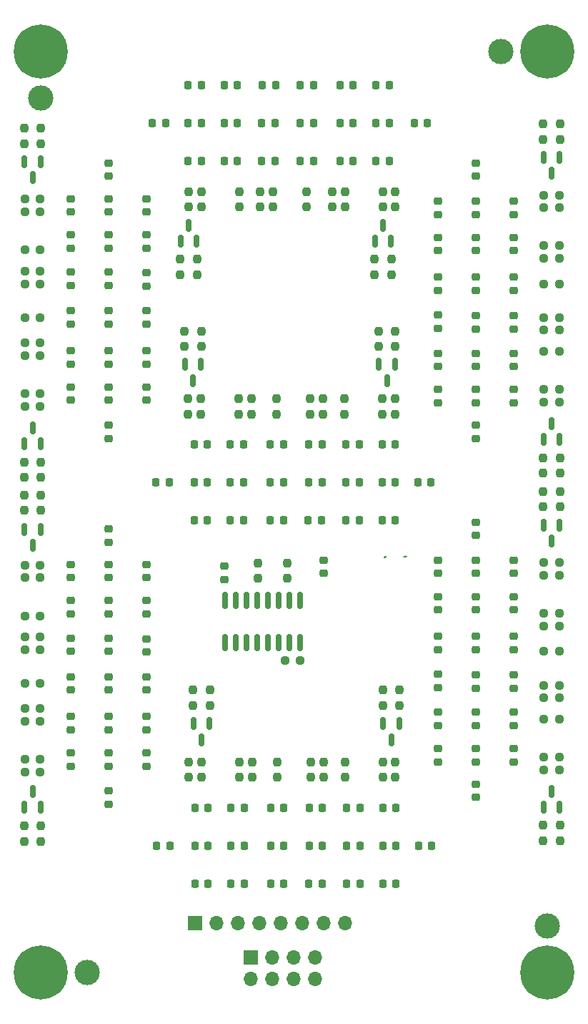
<source format=gts>
G04 #@! TF.GenerationSoftware,KiCad,Pcbnew,8.0.6+dfsg-1*
G04 #@! TF.CreationDate,2024-11-21T19:14:51-08:00*
G04 #@! TF.ProjectId,digits,64696769-7473-42e6-9b69-6361645f7063,rev?*
G04 #@! TF.SameCoordinates,Original*
G04 #@! TF.FileFunction,Soldermask,Top*
G04 #@! TF.FilePolarity,Negative*
%FSLAX46Y46*%
G04 Gerber Fmt 4.6, Leading zero omitted, Abs format (unit mm)*
G04 Created by KiCad (PCBNEW 8.0.6+dfsg-1) date 2024-11-21 19:14:51*
%MOMM*%
%LPD*%
G01*
G04 APERTURE LIST*
G04 Aperture macros list*
%AMRoundRect*
0 Rectangle with rounded corners*
0 $1 Rounding radius*
0 $2 $3 $4 $5 $6 $7 $8 $9 X,Y pos of 4 corners*
0 Add a 4 corners polygon primitive as box body*
4,1,4,$2,$3,$4,$5,$6,$7,$8,$9,$2,$3,0*
0 Add four circle primitives for the rounded corners*
1,1,$1+$1,$2,$3*
1,1,$1+$1,$4,$5*
1,1,$1+$1,$6,$7*
1,1,$1+$1,$8,$9*
0 Add four rect primitives between the rounded corners*
20,1,$1+$1,$2,$3,$4,$5,0*
20,1,$1+$1,$4,$5,$6,$7,0*
20,1,$1+$1,$6,$7,$8,$9,0*
20,1,$1+$1,$8,$9,$2,$3,0*%
G04 Aperture macros list end*
%ADD10C,0.000000*%
%ADD11RoundRect,0.237500X-0.250000X-0.237500X0.250000X-0.237500X0.250000X0.237500X-0.250000X0.237500X0*%
%ADD12RoundRect,0.218750X0.218750X0.256250X-0.218750X0.256250X-0.218750X-0.256250X0.218750X-0.256250X0*%
%ADD13RoundRect,0.237500X0.237500X-0.250000X0.237500X0.250000X-0.237500X0.250000X-0.237500X-0.250000X0*%
%ADD14RoundRect,0.237500X-0.237500X0.250000X-0.237500X-0.250000X0.237500X-0.250000X0.237500X0.250000X0*%
%ADD15RoundRect,0.218750X-0.218750X-0.256250X0.218750X-0.256250X0.218750X0.256250X-0.218750X0.256250X0*%
%ADD16RoundRect,0.237500X0.250000X0.237500X-0.250000X0.237500X-0.250000X-0.237500X0.250000X-0.237500X0*%
%ADD17RoundRect,0.218750X0.256250X-0.218750X0.256250X0.218750X-0.256250X0.218750X-0.256250X-0.218750X0*%
%ADD18C,3.000000*%
%ADD19RoundRect,0.150000X0.150000X-0.850000X0.150000X0.850000X-0.150000X0.850000X-0.150000X-0.850000X0*%
%ADD20RoundRect,0.218750X-0.256250X0.218750X-0.256250X-0.218750X0.256250X-0.218750X0.256250X0.218750X0*%
%ADD21C,0.800000*%
%ADD22C,6.400000*%
%ADD23RoundRect,0.225000X0.250000X-0.225000X0.250000X0.225000X-0.250000X0.225000X-0.250000X-0.225000X0*%
%ADD24RoundRect,0.150000X0.150000X-0.587500X0.150000X0.587500X-0.150000X0.587500X-0.150000X-0.587500X0*%
%ADD25RoundRect,0.150000X-0.150000X0.587500X-0.150000X-0.587500X0.150000X-0.587500X0.150000X0.587500X0*%
%ADD26R,1.700000X1.700000*%
%ADD27O,1.700000X1.700000*%
G04 APERTURE END LIST*
D10*
G04 #@! TO.C,REF\u002A\u002A*
G36*
X157803085Y-89689817D02*
G01*
X157819170Y-89699045D01*
X157835218Y-89721379D01*
X157846410Y-89756662D01*
X157847625Y-89764060D01*
X157854460Y-89813266D01*
X157903900Y-89777392D01*
X157939111Y-89753387D01*
X157961525Y-89743648D01*
X157976140Y-89747383D01*
X157987960Y-89763801D01*
X157988102Y-89764066D01*
X157997180Y-89786059D01*
X157996200Y-89805051D01*
X157982634Y-89824906D01*
X157953951Y-89849491D01*
X157912898Y-89879012D01*
X157855934Y-89915662D01*
X157813523Y-89935392D01*
X157783984Y-89938017D01*
X157765639Y-89923353D01*
X157756810Y-89891215D01*
X157755378Y-89861706D01*
X157755378Y-89820605D01*
X157684773Y-89885972D01*
X157650293Y-89916262D01*
X157620934Y-89939100D01*
X157601747Y-89950650D01*
X157598769Y-89951340D01*
X157581375Y-89942493D01*
X157566004Y-89925185D01*
X157559695Y-89913708D01*
X157558952Y-89902257D01*
X157565967Y-89887527D01*
X157582933Y-89866213D01*
X157612045Y-89835009D01*
X157654922Y-89791192D01*
X157696158Y-89750704D01*
X157732879Y-89717141D01*
X157761423Y-89693676D01*
X157778130Y-89683483D01*
X157779377Y-89683295D01*
X157803085Y-89689817D01*
G37*
G36*
X160191633Y-89670031D02*
G01*
X160204996Y-89688155D01*
X160211965Y-89720518D01*
X160204747Y-89754007D01*
X160194143Y-89789029D01*
X160193770Y-89807543D01*
X160205424Y-89809828D01*
X160230904Y-89796161D01*
X160272010Y-89766821D01*
X160274688Y-89764812D01*
X160336770Y-89718164D01*
X160366198Y-89748161D01*
X160395625Y-89778159D01*
X160349364Y-89818647D01*
X160306278Y-89851232D01*
X160256272Y-89881259D01*
X160205563Y-89905741D01*
X160160367Y-89921688D01*
X160126898Y-89926113D01*
X160126009Y-89926022D01*
X160107257Y-89922775D01*
X160097650Y-89914608D01*
X160094689Y-89895598D01*
X160095877Y-89859823D01*
X160096123Y-89855172D01*
X160097051Y-89819196D01*
X160095783Y-89794867D01*
X160093402Y-89788146D01*
X160080767Y-89792971D01*
X160052546Y-89805831D01*
X160013986Y-89824306D01*
X159998600Y-89831859D01*
X159955457Y-89852825D01*
X159928207Y-89864296D01*
X159911921Y-89867259D01*
X159901671Y-89862704D01*
X159893497Y-89852944D01*
X159881250Y-89832767D01*
X159878929Y-89815416D01*
X159888839Y-89798415D01*
X159913288Y-89779288D01*
X159954580Y-89755560D01*
X160011082Y-89726714D01*
X160063752Y-89701373D01*
X160110600Y-89680448D01*
X160146828Y-89665971D01*
X160167637Y-89659977D01*
X160168698Y-89659922D01*
X160191633Y-89670031D01*
G37*
G04 #@! TD*
D11*
G04 #@! TO.C,R40*
X176587500Y-113500000D03*
X178412500Y-113500000D03*
G04 #@! TD*
D12*
G04 #@! TO.C,D61*
X154787500Y-119500000D03*
X153212500Y-119500000D03*
G04 #@! TD*
D13*
G04 #@! TO.C,R97*
X135925000Y-72912500D03*
X135925000Y-71087500D03*
G04 #@! TD*
D14*
G04 #@! TO.C,R36*
X176500000Y-121587500D03*
X176500000Y-123412500D03*
G04 #@! TD*
D15*
G04 #@! TO.C,D9*
X161212500Y-38500000D03*
X162787500Y-38500000D03*
G04 #@! TD*
D13*
G04 #@! TO.C,R54*
X157500000Y-115912500D03*
X157500000Y-114087500D03*
G04 #@! TD*
D16*
G04 #@! TO.C,R75*
X116912500Y-56000000D03*
X115087500Y-56000000D03*
G04 #@! TD*
D15*
G04 #@! TO.C,D19*
X147712500Y-43000000D03*
X149287500Y-43000000D03*
G04 #@! TD*
D12*
G04 #@! TO.C,D129*
X132212500Y-81000000D03*
X130637500Y-81000000D03*
G04 #@! TD*
D13*
G04 #@! TO.C,R91*
X159000000Y-64912500D03*
X159000000Y-63087500D03*
G04 #@! TD*
G04 #@! TO.C,R51*
X134500000Y-115912500D03*
X134500000Y-114087500D03*
G04 #@! TD*
D12*
G04 #@! TO.C,D134*
X154712500Y-81000000D03*
X153137500Y-81000000D03*
G04 #@! TD*
D17*
G04 #@! TO.C,D84*
X129500000Y-96575000D03*
X129500000Y-95000000D03*
G04 #@! TD*
D12*
G04 #@! TO.C,D130*
X136712500Y-81000000D03*
X135137500Y-81000000D03*
G04 #@! TD*
G04 #@! TO.C,D131*
X141000000Y-81000000D03*
X139425000Y-81000000D03*
G04 #@! TD*
D18*
G04 #@! TO.C,FID1*
X122500000Y-139000000D03*
G04 #@! TD*
D12*
G04 #@! TO.C,D77*
X136787500Y-119500000D03*
X135212500Y-119500000D03*
G04 #@! TD*
D17*
G04 #@! TO.C,D105*
X129500000Y-57787500D03*
X129500000Y-56212500D03*
G04 #@! TD*
D14*
G04 #@! TO.C,R6*
X151500000Y-46587500D03*
X151500000Y-48412500D03*
G04 #@! TD*
G04 #@! TO.C,R77*
X117000000Y-78587500D03*
X117000000Y-80412500D03*
G04 #@! TD*
D15*
G04 #@! TO.C,D126*
X144137500Y-85500000D03*
X145712500Y-85500000D03*
G04 #@! TD*
D13*
G04 #@! TO.C,R49*
X135000000Y-107412500D03*
X135000000Y-105587500D03*
G04 #@! TD*
D19*
G04 #@! TO.C,U1*
X138805000Y-99931691D03*
X140075000Y-99931691D03*
X141345000Y-99931691D03*
X142615000Y-99931691D03*
X143885000Y-99931691D03*
X145155000Y-99931691D03*
X146425000Y-99931691D03*
X147695000Y-99931691D03*
X147695000Y-94931691D03*
X146425000Y-94931691D03*
X145155000Y-94931691D03*
X143885000Y-94931691D03*
X142615000Y-94931691D03*
X141345000Y-94931691D03*
X140075000Y-94931691D03*
X138805000Y-94931691D03*
G04 #@! TD*
D13*
G04 #@! TO.C,R72*
X117000000Y-40912500D03*
X117000000Y-39087500D03*
G04 #@! TD*
D15*
G04 #@! TO.C,D10*
X156712500Y-38500000D03*
X158287500Y-38500000D03*
G04 #@! TD*
D20*
G04 #@! TO.C,D117*
X120500000Y-69712500D03*
X120500000Y-71287500D03*
G04 #@! TD*
D14*
G04 #@! TO.C,R11*
X144500000Y-46587500D03*
X144500000Y-48412500D03*
G04 #@! TD*
D13*
G04 #@! TO.C,R45*
X153000000Y-115912500D03*
X153000000Y-114087500D03*
G04 #@! TD*
G04 #@! TO.C,R52*
X140500000Y-115912500D03*
X140500000Y-114087500D03*
G04 #@! TD*
D20*
G04 #@! TO.C,D44*
X164000000Y-108212500D03*
X164000000Y-109787500D03*
G04 #@! TD*
G04 #@! TO.C,D114*
X125000000Y-51712500D03*
X125000000Y-53287500D03*
G04 #@! TD*
D17*
G04 #@! TO.C,D34*
X168500000Y-67287500D03*
X168500000Y-65712500D03*
G04 #@! TD*
D15*
G04 #@! TO.C,D18*
X152425000Y-43000000D03*
X154000000Y-43000000D03*
G04 #@! TD*
D14*
G04 #@! TO.C,R21*
X176500000Y-78087500D03*
X176500000Y-79912500D03*
G04 #@! TD*
D20*
G04 #@! TO.C,D89*
X125000000Y-117500000D03*
X125000000Y-119075000D03*
G04 #@! TD*
D14*
G04 #@! TO.C,R8*
X156500000Y-54587500D03*
X156500000Y-56412500D03*
G04 #@! TD*
D20*
G04 #@! TO.C,D43*
X164000000Y-112500000D03*
X164000000Y-114075000D03*
G04 #@! TD*
D16*
G04 #@! TO.C,R70*
X116912500Y-104787500D03*
X115087500Y-104787500D03*
G04 #@! TD*
D13*
G04 #@! TO.C,R100*
X146195000Y-92344191D03*
X146195000Y-90519191D03*
G04 #@! TD*
D21*
G04 #@! TO.C,H1*
X114600000Y-30000000D03*
X115302944Y-28302944D03*
X115302944Y-31697056D03*
X117000000Y-27600000D03*
D22*
X117000000Y-30000000D03*
D21*
X117000000Y-32400000D03*
X118697056Y-28302944D03*
X118697056Y-31697056D03*
X119400000Y-30000000D03*
G04 #@! TD*
D16*
G04 #@! TO.C,R65*
X116912500Y-115287500D03*
X115087500Y-115287500D03*
G04 #@! TD*
D20*
G04 #@! TO.C,D112*
X125000000Y-60712500D03*
X125000000Y-62287500D03*
G04 #@! TD*
D15*
G04 #@! TO.C,D16*
X130212500Y-38500000D03*
X131787500Y-38500000D03*
G04 #@! TD*
D23*
G04 #@! TO.C,C2*
X150490000Y-91745000D03*
X150490000Y-90195000D03*
G04 #@! TD*
D20*
G04 #@! TO.C,D91*
X125000000Y-108712500D03*
X125000000Y-110287500D03*
G04 #@! TD*
D12*
G04 #@! TO.C,D69*
X132287500Y-124000000D03*
X130712500Y-124000000D03*
G04 #@! TD*
D16*
G04 #@! TO.C,R61*
X116912500Y-99287500D03*
X115087500Y-99287500D03*
G04 #@! TD*
G04 #@! TO.C,R60*
X116912500Y-90787500D03*
X115087500Y-90787500D03*
G04 #@! TD*
D14*
G04 #@! TO.C,R35*
X178500000Y-121587500D03*
X178500000Y-123412500D03*
G04 #@! TD*
D12*
G04 #@! TO.C,D62*
X159075000Y-119500000D03*
X157500000Y-119500000D03*
G04 #@! TD*
D16*
G04 #@! TO.C,R83*
X116912500Y-70500000D03*
X115087500Y-70500000D03*
G04 #@! TD*
D13*
G04 #@! TO.C,R29*
X176500000Y-83912500D03*
X176500000Y-82087500D03*
G04 #@! TD*
D11*
G04 #@! TO.C,R28*
X176587500Y-57500000D03*
X178412500Y-57500000D03*
G04 #@! TD*
D13*
G04 #@! TO.C,R92*
X157000000Y-64912500D03*
X157000000Y-63087500D03*
G04 #@! TD*
D12*
G04 #@! TO.C,D132*
X145712500Y-81000000D03*
X144137500Y-81000000D03*
G04 #@! TD*
D15*
G04 #@! TO.C,D20*
X143137500Y-43000000D03*
X144712500Y-43000000D03*
G04 #@! TD*
D11*
G04 #@! TO.C,R32*
X176587500Y-115000000D03*
X178412500Y-115000000D03*
G04 #@! TD*
D24*
G04 #@! TO.C,Q1*
X133550000Y-52437500D03*
X135450000Y-52437500D03*
X134500000Y-50562500D03*
G04 #@! TD*
D13*
G04 #@! TO.C,R30*
X178500000Y-83912500D03*
X178500000Y-82087500D03*
G04 #@! TD*
D17*
G04 #@! TO.C,D55*
X168500000Y-114075000D03*
X168500000Y-112500000D03*
G04 #@! TD*
D12*
G04 #@! TO.C,D6*
X149287500Y-34000000D03*
X147712500Y-34000000D03*
G04 #@! TD*
D13*
G04 #@! TO.C,R44*
X157500000Y-107412500D03*
X157500000Y-105587500D03*
G04 #@! TD*
D24*
G04 #@! TO.C,Q2*
X156550000Y-52437500D03*
X158450000Y-52437500D03*
X157500000Y-50562500D03*
G04 #@! TD*
D13*
G04 #@! TO.C,R87*
X152925000Y-72912500D03*
X152925000Y-71087500D03*
G04 #@! TD*
D12*
G04 #@! TO.C,D137*
X136712500Y-76500000D03*
X135137500Y-76500000D03*
G04 #@! TD*
D13*
G04 #@! TO.C,R56*
X145000000Y-115912500D03*
X145000000Y-114087500D03*
G04 #@! TD*
D20*
G04 #@! TO.C,D25*
X164000000Y-61212500D03*
X164000000Y-62787500D03*
G04 #@! TD*
D12*
G04 #@! TO.C,D74*
X154787500Y-124000000D03*
X153212500Y-124000000D03*
G04 #@! TD*
D17*
G04 #@! TO.C,D50*
X168500000Y-91787500D03*
X168500000Y-90212500D03*
G04 #@! TD*
G04 #@! TO.C,D104*
X129500000Y-53287500D03*
X129500000Y-51712500D03*
G04 #@! TD*
D25*
G04 #@! TO.C,Q9*
X116950000Y-86562500D03*
X115050000Y-86562500D03*
X116000000Y-88437500D03*
G04 #@! TD*
D12*
G04 #@! TO.C,D78*
X141075000Y-119500000D03*
X139500000Y-119500000D03*
G04 #@! TD*
D11*
G04 #@! TO.C,R27*
X176587500Y-48500000D03*
X178412500Y-48500000D03*
G04 #@! TD*
D13*
G04 #@! TO.C,R95*
X148925000Y-72912500D03*
X148925000Y-71087500D03*
G04 #@! TD*
D16*
G04 #@! TO.C,R66*
X116912500Y-109287500D03*
X115087500Y-109287500D03*
G04 #@! TD*
D11*
G04 #@! TO.C,R33*
X176587500Y-106500000D03*
X178412500Y-106500000D03*
G04 #@! TD*
D17*
G04 #@! TO.C,D37*
X173000000Y-49287500D03*
X173000000Y-47712500D03*
G04 #@! TD*
G04 #@! TO.C,D31*
X168500000Y-53575000D03*
X168500000Y-52000000D03*
G04 #@! TD*
D15*
G04 #@! TO.C,D125*
X148637500Y-85500000D03*
X150212500Y-85500000D03*
G04 #@! TD*
D17*
G04 #@! TO.C,D39*
X173000000Y-58287500D03*
X173000000Y-56712500D03*
G04 #@! TD*
G04 #@! TO.C,D86*
X129500000Y-105575000D03*
X129500000Y-104000000D03*
G04 #@! TD*
D12*
G04 #@! TO.C,D133*
X150287500Y-81000000D03*
X148712500Y-81000000D03*
G04 #@! TD*
D14*
G04 #@! TO.C,R12*
X136000000Y-46587500D03*
X136000000Y-48412500D03*
G04 #@! TD*
D17*
G04 #@! TO.C,D38*
X173000000Y-53575000D03*
X173000000Y-52000000D03*
G04 #@! TD*
D20*
G04 #@! TO.C,D47*
X164000000Y-94500000D03*
X164000000Y-96075000D03*
G04 #@! TD*
D16*
G04 #@! TO.C,R76*
X116912500Y-64500000D03*
X115087500Y-64500000D03*
G04 #@! TD*
D20*
G04 #@! TO.C,D110*
X125000000Y-69712500D03*
X125000000Y-71287500D03*
G04 #@! TD*
D14*
G04 #@! TO.C,R10*
X153000000Y-46587500D03*
X153000000Y-48412500D03*
G04 #@! TD*
D15*
G04 #@! TO.C,D13*
X143137500Y-38500000D03*
X144712500Y-38500000D03*
G04 #@! TD*
D13*
G04 #@! TO.C,R101*
X142695000Y-92344191D03*
X142695000Y-90519191D03*
G04 #@! TD*
D20*
G04 #@! TO.C,D101*
X120500000Y-51712500D03*
X120500000Y-53287500D03*
G04 #@! TD*
D15*
G04 #@! TO.C,D67*
X139500000Y-128500000D03*
X141075000Y-128500000D03*
G04 #@! TD*
D24*
G04 #@! TO.C,Q4*
X176550000Y-75937500D03*
X178450000Y-75937500D03*
X177500000Y-74062500D03*
G04 #@! TD*
D15*
G04 #@! TO.C,D12*
X147712500Y-38500000D03*
X149287500Y-38500000D03*
G04 #@! TD*
D14*
G04 #@! TO.C,R5*
X143000000Y-46587500D03*
X143000000Y-48412500D03*
G04 #@! TD*
D17*
G04 #@! TO.C,D59*
X173000000Y-100787500D03*
X173000000Y-99212500D03*
G04 #@! TD*
G04 #@! TO.C,D53*
X168500000Y-105362500D03*
X168500000Y-103787500D03*
G04 #@! TD*
G04 #@! TO.C,D58*
X173000000Y-96075000D03*
X173000000Y-94500000D03*
G04 #@! TD*
G04 #@! TO.C,D42*
X173000000Y-114075000D03*
X173000000Y-112500000D03*
G04 #@! TD*
D20*
G04 #@! TO.C,D27*
X164000000Y-52000000D03*
X164000000Y-53575000D03*
G04 #@! TD*
D12*
G04 #@! TO.C,D5*
X144787500Y-34000000D03*
X143212500Y-34000000D03*
G04 #@! TD*
D13*
G04 #@! TO.C,R46*
X159000000Y-115912500D03*
X159000000Y-114087500D03*
G04 #@! TD*
D18*
G04 #@! TO.C,FID3*
X171500000Y-30000000D03*
G04 #@! TD*
D20*
G04 #@! TO.C,D119*
X120500000Y-60712500D03*
X120500000Y-62287500D03*
G04 #@! TD*
D12*
G04 #@! TO.C,D3*
X136000000Y-34000000D03*
X134425000Y-34000000D03*
G04 #@! TD*
D17*
G04 #@! TO.C,D57*
X173000000Y-91787500D03*
X173000000Y-90212500D03*
G04 #@! TD*
D16*
G04 #@! TO.C,R79*
X116912500Y-72000000D03*
X115087500Y-72000000D03*
G04 #@! TD*
D20*
G04 #@! TO.C,D100*
X120500000Y-99425000D03*
X120500000Y-101000000D03*
G04 #@! TD*
G04 #@! TO.C,D120*
X120500000Y-56137500D03*
X120500000Y-57712500D03*
G04 #@! TD*
G04 #@! TO.C,D96*
X125000000Y-86500000D03*
X125000000Y-88075000D03*
G04 #@! TD*
D17*
G04 #@! TO.C,D35*
X168500000Y-71575000D03*
X168500000Y-70000000D03*
G04 #@! TD*
D24*
G04 #@! TO.C,Q10*
X115050000Y-119437500D03*
X116950000Y-119437500D03*
X116000000Y-117562500D03*
G04 #@! TD*
D13*
G04 #@! TO.C,R48*
X142000000Y-115912500D03*
X142000000Y-114087500D03*
G04 #@! TD*
D17*
G04 #@! TO.C,D33*
X168500000Y-62862500D03*
X168500000Y-61287500D03*
G04 #@! TD*
D25*
G04 #@! TO.C,Q7*
X159450000Y-109562500D03*
X157550000Y-109562500D03*
X158500000Y-111437500D03*
G04 #@! TD*
D14*
G04 #@! TO.C,R3*
X140500000Y-46587500D03*
X140500000Y-48412500D03*
G04 #@! TD*
D15*
G04 #@! TO.C,D64*
X153212500Y-128500000D03*
X154787500Y-128500000D03*
G04 #@! TD*
D20*
G04 #@! TO.C,D26*
X164000000Y-56712500D03*
X164000000Y-58287500D03*
G04 #@! TD*
D11*
G04 #@! TO.C,R23*
X176587500Y-47000000D03*
X178412500Y-47000000D03*
G04 #@! TD*
D12*
G04 #@! TO.C,D122*
X159000000Y-76500000D03*
X157425000Y-76500000D03*
G04 #@! TD*
D20*
G04 #@! TO.C,D90*
X125000000Y-113000000D03*
X125000000Y-114575000D03*
G04 #@! TD*
D24*
G04 #@! TO.C,Q6*
X176550000Y-119437500D03*
X178450000Y-119437500D03*
X177500000Y-117562500D03*
G04 #@! TD*
D20*
G04 #@! TO.C,D45*
X164000000Y-103712500D03*
X164000000Y-105287500D03*
G04 #@! TD*
D12*
G04 #@! TO.C,D121*
X154712500Y-76500000D03*
X153137500Y-76500000D03*
G04 #@! TD*
D16*
G04 #@! TO.C,R84*
X116912500Y-61500000D03*
X115087500Y-61500000D03*
G04 #@! TD*
D17*
G04 #@! TO.C,D108*
X129500000Y-71287500D03*
X129500000Y-69712500D03*
G04 #@! TD*
G04 #@! TO.C,D88*
X129500000Y-114575000D03*
X129500000Y-113000000D03*
G04 #@! TD*
D12*
G04 #@! TO.C,D76*
X163287500Y-124000000D03*
X161712500Y-124000000D03*
G04 #@! TD*
D21*
G04 #@! TO.C,H3*
X114600000Y-139000000D03*
X115302944Y-137302944D03*
X115302944Y-140697056D03*
X117000000Y-136600000D03*
D22*
X117000000Y-139000000D03*
D21*
X117000000Y-141400000D03*
X118697056Y-137302944D03*
X118697056Y-140697056D03*
X119400000Y-139000000D03*
G04 #@! TD*
D17*
G04 #@! TO.C,D49*
X168500000Y-87287500D03*
X168500000Y-85712500D03*
G04 #@! TD*
D13*
G04 #@! TO.C,R93*
X134425000Y-72912500D03*
X134425000Y-71087500D03*
G04 #@! TD*
D12*
G04 #@! TO.C,D71*
X141075000Y-124000000D03*
X139500000Y-124000000D03*
G04 #@! TD*
G04 #@! TO.C,D138*
X141000000Y-76500000D03*
X139425000Y-76500000D03*
G04 #@! TD*
D13*
G04 #@! TO.C,R55*
X136000000Y-115912500D03*
X136000000Y-114087500D03*
G04 #@! TD*
D15*
G04 #@! TO.C,D63*
X157500000Y-128500000D03*
X159075000Y-128500000D03*
G04 #@! TD*
D17*
G04 #@! TO.C,D51*
X168500000Y-96075000D03*
X168500000Y-94500000D03*
G04 #@! TD*
D20*
G04 #@! TO.C,D102*
X120500000Y-47425000D03*
X120500000Y-49000000D03*
G04 #@! TD*
D11*
G04 #@! TO.C,R18*
X176587500Y-71500000D03*
X178412500Y-71500000D03*
G04 #@! TD*
D25*
G04 #@! TO.C,Q14*
X158950000Y-67062500D03*
X157050000Y-67062500D03*
X158000000Y-68937500D03*
G04 #@! TD*
D11*
G04 #@! TO.C,R42*
X176587500Y-101000000D03*
X178412500Y-101000000D03*
G04 #@! TD*
D13*
G04 #@! TO.C,R58*
X115000000Y-84325000D03*
X115000000Y-82500000D03*
G04 #@! TD*
G04 #@! TO.C,R50*
X137000000Y-107412500D03*
X137000000Y-105587500D03*
G04 #@! TD*
D11*
G04 #@! TO.C,R39*
X176587500Y-105000000D03*
X178412500Y-105000000D03*
G04 #@! TD*
D12*
G04 #@! TO.C,D75*
X159075000Y-124000000D03*
X157500000Y-124000000D03*
G04 #@! TD*
D20*
G04 #@! TO.C,D94*
X125000000Y-95000000D03*
X125000000Y-96575000D03*
G04 #@! TD*
D13*
G04 #@! TO.C,R43*
X159500000Y-107412500D03*
X159500000Y-105587500D03*
G04 #@! TD*
D16*
G04 #@! TO.C,R80*
X116912500Y-66000000D03*
X115087500Y-66000000D03*
G04 #@! TD*
D15*
G04 #@! TO.C,D127*
X139425000Y-85500000D03*
X141000000Y-85500000D03*
G04 #@! TD*
D17*
G04 #@! TO.C,D29*
X168500000Y-44787500D03*
X168500000Y-43212500D03*
G04 #@! TD*
D14*
G04 #@! TO.C,R22*
X178500000Y-78087500D03*
X178500000Y-79912500D03*
G04 #@! TD*
D17*
G04 #@! TO.C,D103*
X129500000Y-49000000D03*
X129500000Y-47425000D03*
G04 #@! TD*
D13*
G04 #@! TO.C,R57*
X117000000Y-84325000D03*
X117000000Y-82500000D03*
G04 #@! TD*
D11*
G04 #@! TO.C,R38*
X176587500Y-96500000D03*
X178412500Y-96500000D03*
G04 #@! TD*
D13*
G04 #@! TO.C,R96*
X157425000Y-72912500D03*
X157425000Y-71087500D03*
G04 #@! TD*
D11*
G04 #@! TO.C,R25*
X176587500Y-61500000D03*
X178412500Y-61500000D03*
G04 #@! TD*
D20*
G04 #@! TO.C,D93*
X125000000Y-99425000D03*
X125000000Y-101000000D03*
G04 #@! TD*
D11*
G04 #@! TO.C,R19*
X176587500Y-63000000D03*
X178412500Y-63000000D03*
G04 #@! TD*
D12*
G04 #@! TO.C,D72*
X145787500Y-124000000D03*
X144212500Y-124000000D03*
G04 #@! TD*
D20*
G04 #@! TO.C,D95*
X125000000Y-90712500D03*
X125000000Y-92287500D03*
G04 #@! TD*
D14*
G04 #@! TO.C,R7*
X158500000Y-54587500D03*
X158500000Y-56412500D03*
G04 #@! TD*
D18*
G04 #@! TO.C,FID2*
X177000000Y-133500000D03*
G04 #@! TD*
D12*
G04 #@! TO.C,D73*
X150362500Y-124000000D03*
X148787500Y-124000000D03*
G04 #@! TD*
D25*
G04 #@! TO.C,Q8*
X136950000Y-109562500D03*
X135050000Y-109562500D03*
X136000000Y-111437500D03*
G04 #@! TD*
D17*
G04 #@! TO.C,D52*
X168500000Y-100787500D03*
X168500000Y-99212500D03*
G04 #@! TD*
D12*
G04 #@! TO.C,D4*
X140287500Y-34000000D03*
X138712500Y-34000000D03*
G04 #@! TD*
D21*
G04 #@! TO.C,H2*
X174600000Y-30000000D03*
X175302944Y-28302944D03*
X175302944Y-31697056D03*
X177000000Y-27600000D03*
D22*
X177000000Y-30000000D03*
D21*
X177000000Y-32400000D03*
X178697056Y-28302944D03*
X178697056Y-31697056D03*
X179400000Y-30000000D03*
G04 #@! TD*
D20*
G04 #@! TO.C,D99*
X120500000Y-104000000D03*
X120500000Y-105575000D03*
G04 #@! TD*
D16*
G04 #@! TO.C,R62*
X116912500Y-107787500D03*
X115087500Y-107787500D03*
G04 #@! TD*
G04 #@! TO.C,R59*
X116912500Y-96787500D03*
X115087500Y-96787500D03*
G04 #@! TD*
D20*
G04 #@! TO.C,D81*
X120500000Y-95000000D03*
X120500000Y-96575000D03*
G04 #@! TD*
D17*
G04 #@! TO.C,D40*
X173000000Y-62862500D03*
X173000000Y-61287500D03*
G04 #@! TD*
D16*
G04 #@! TO.C,R82*
X116912500Y-49000000D03*
X115087500Y-49000000D03*
G04 #@! TD*
G04 #@! TO.C,R73*
X116912500Y-53500000D03*
X115087500Y-53500000D03*
G04 #@! TD*
D12*
G04 #@! TO.C,D140*
X150287500Y-76500000D03*
X148712500Y-76500000D03*
G04 #@! TD*
D13*
G04 #@! TO.C,R94*
X140425000Y-72912500D03*
X140425000Y-71087500D03*
G04 #@! TD*
D14*
G04 #@! TO.C,R14*
X148500000Y-46587500D03*
X148500000Y-48412500D03*
G04 #@! TD*
D20*
G04 #@! TO.C,D109*
X125000000Y-74212500D03*
X125000000Y-75787500D03*
G04 #@! TD*
D17*
G04 #@! TO.C,D106*
X129500000Y-62287500D03*
X129500000Y-60712500D03*
G04 #@! TD*
D13*
G04 #@! TO.C,R71*
X115000000Y-40912500D03*
X115000000Y-39087500D03*
G04 #@! TD*
D20*
G04 #@! TO.C,D82*
X120500000Y-90712500D03*
X120500000Y-92287500D03*
G04 #@! TD*
G04 #@! TO.C,D28*
X164000000Y-47712500D03*
X164000000Y-49287500D03*
G04 #@! TD*
G04 #@! TO.C,D111*
X125000000Y-65425000D03*
X125000000Y-67000000D03*
G04 #@! TD*
D23*
G04 #@! TO.C,C1*
X138695000Y-92481691D03*
X138695000Y-90931691D03*
G04 #@! TD*
D25*
G04 #@! TO.C,Q11*
X116950000Y-43062500D03*
X115050000Y-43062500D03*
X116000000Y-44937500D03*
G04 #@! TD*
D11*
G04 #@! TO.C,R41*
X176587500Y-92000000D03*
X178412500Y-92000000D03*
G04 #@! TD*
D25*
G04 #@! TO.C,Q3*
X178450000Y-42562500D03*
X176550000Y-42562500D03*
X177500000Y-44437500D03*
G04 #@! TD*
D13*
G04 #@! TO.C,R47*
X150500000Y-115912500D03*
X150500000Y-114087500D03*
G04 #@! TD*
D17*
G04 #@! TO.C,D41*
X173000000Y-109787500D03*
X173000000Y-108212500D03*
G04 #@! TD*
G04 #@! TO.C,D60*
X173000000Y-105362500D03*
X173000000Y-103787500D03*
G04 #@! TD*
D12*
G04 #@! TO.C,D8*
X158287500Y-34000000D03*
X156712500Y-34000000D03*
G04 #@! TD*
D11*
G04 #@! TO.C,R34*
X176587500Y-98000000D03*
X178412500Y-98000000D03*
G04 #@! TD*
D16*
G04 #@! TO.C,R69*
X116912500Y-113787500D03*
X115087500Y-113787500D03*
G04 #@! TD*
D17*
G04 #@! TO.C,D30*
X168500000Y-49287500D03*
X168500000Y-47712500D03*
G04 #@! TD*
D20*
G04 #@! TO.C,D98*
X120500000Y-108712500D03*
X120500000Y-110287500D03*
G04 #@! TD*
D15*
G04 #@! TO.C,D14*
X138712500Y-38500000D03*
X140287500Y-38500000D03*
G04 #@! TD*
D12*
G04 #@! TO.C,D7*
X154000000Y-34000000D03*
X152425000Y-34000000D03*
G04 #@! TD*
D25*
G04 #@! TO.C,Q5*
X178450000Y-86062500D03*
X176550000Y-86062500D03*
X177500000Y-87937500D03*
G04 #@! TD*
D15*
G04 #@! TO.C,D65*
X148712500Y-128500000D03*
X150287500Y-128500000D03*
G04 #@! TD*
D17*
G04 #@! TO.C,D54*
X168500000Y-109787500D03*
X168500000Y-108212500D03*
G04 #@! TD*
D15*
G04 #@! TO.C,D128*
X135137500Y-85500000D03*
X136712500Y-85500000D03*
G04 #@! TD*
G04 #@! TO.C,D66*
X144212500Y-128500000D03*
X145787500Y-128500000D03*
G04 #@! TD*
D16*
G04 #@! TO.C,R67*
X116912500Y-100787500D03*
X115087500Y-100787500D03*
G04 #@! TD*
D12*
G04 #@! TO.C,D79*
X145787500Y-119500000D03*
X144212500Y-119500000D03*
G04 #@! TD*
G04 #@! TO.C,D70*
X136787500Y-124000000D03*
X135212500Y-124000000D03*
G04 #@! TD*
D11*
G04 #@! TO.C,R20*
X176587500Y-54500000D03*
X178412500Y-54500000D03*
G04 #@! TD*
G04 #@! TO.C,R17*
X176587500Y-65500000D03*
X178412500Y-65500000D03*
G04 #@! TD*
D13*
G04 #@! TO.C,R15*
X178500000Y-40412500D03*
X178500000Y-38587500D03*
G04 #@! TD*
D15*
G04 #@! TO.C,D15*
X134425000Y-38500000D03*
X136000000Y-38500000D03*
G04 #@! TD*
D17*
G04 #@! TO.C,D87*
X129500000Y-110287500D03*
X129500000Y-108712500D03*
G04 #@! TD*
D16*
G04 #@! TO.C,R74*
X116912500Y-47500000D03*
X115087500Y-47500000D03*
G04 #@! TD*
D20*
G04 #@! TO.C,D92*
X125000000Y-104000000D03*
X125000000Y-105575000D03*
G04 #@! TD*
G04 #@! TO.C,D97*
X120500000Y-113000000D03*
X120500000Y-114575000D03*
G04 #@! TD*
D11*
G04 #@! TO.C,R31*
X176587500Y-109000000D03*
X178412500Y-109000000D03*
G04 #@! TD*
D15*
G04 #@! TO.C,D68*
X135212500Y-128500000D03*
X136787500Y-128500000D03*
G04 #@! TD*
G04 #@! TO.C,D123*
X157425000Y-85500000D03*
X159000000Y-85500000D03*
G04 #@! TD*
D17*
G04 #@! TO.C,D32*
X168500000Y-58287500D03*
X168500000Y-56712500D03*
G04 #@! TD*
D12*
G04 #@! TO.C,D80*
X150362500Y-119500000D03*
X148787500Y-119500000D03*
G04 #@! TD*
D20*
G04 #@! TO.C,D46*
X164000000Y-99212500D03*
X164000000Y-100787500D03*
G04 #@! TD*
D11*
G04 #@! TO.C,R26*
X176587500Y-70000000D03*
X178412500Y-70000000D03*
G04 #@! TD*
D17*
G04 #@! TO.C,D56*
X168500000Y-118287500D03*
X168500000Y-116712500D03*
G04 #@! TD*
D15*
G04 #@! TO.C,D17*
X156712500Y-43000000D03*
X158287500Y-43000000D03*
G04 #@! TD*
D20*
G04 #@! TO.C,D113*
X125000000Y-56137500D03*
X125000000Y-57712500D03*
G04 #@! TD*
D17*
G04 #@! TO.C,D85*
X129500000Y-101075000D03*
X129500000Y-99500000D03*
G04 #@! TD*
D14*
G04 #@! TO.C,R63*
X117000000Y-121675000D03*
X117000000Y-123500000D03*
G04 #@! TD*
D17*
G04 #@! TO.C,D36*
X168500000Y-75787500D03*
X168500000Y-74212500D03*
G04 #@! TD*
D11*
G04 #@! TO.C,R37*
X176587500Y-90500000D03*
X178412500Y-90500000D03*
G04 #@! TD*
D13*
G04 #@! TO.C,R86*
X134000000Y-64912500D03*
X134000000Y-63087500D03*
G04 #@! TD*
D16*
G04 #@! TO.C,R81*
X116912500Y-57500000D03*
X115087500Y-57500000D03*
G04 #@! TD*
D15*
G04 #@! TO.C,D2*
X134425000Y-43000000D03*
X136000000Y-43000000D03*
G04 #@! TD*
D17*
G04 #@! TO.C,D107*
X129500000Y-67000000D03*
X129500000Y-65425000D03*
G04 #@! TD*
D14*
G04 #@! TO.C,R13*
X157500000Y-46587500D03*
X157500000Y-48412500D03*
G04 #@! TD*
D11*
G04 #@! TO.C,R24*
X176587500Y-53000000D03*
X178412500Y-53000000D03*
G04 #@! TD*
D12*
G04 #@! TO.C,D136*
X163212500Y-81000000D03*
X161637500Y-81000000D03*
G04 #@! TD*
D14*
G04 #@! TO.C,R2*
X135500000Y-54587500D03*
X135500000Y-56412500D03*
G04 #@! TD*
D20*
G04 #@! TO.C,D116*
X125000000Y-43212500D03*
X125000000Y-44787500D03*
G04 #@! TD*
G04 #@! TO.C,D48*
X164000000Y-90212500D03*
X164000000Y-91787500D03*
G04 #@! TD*
D13*
G04 #@! TO.C,R85*
X136000000Y-64912500D03*
X136000000Y-63087500D03*
G04 #@! TD*
G04 #@! TO.C,R53*
X149000000Y-115912500D03*
X149000000Y-114087500D03*
G04 #@! TD*
D21*
G04 #@! TO.C,H4*
X174600000Y-139000000D03*
X175302944Y-137302944D03*
X175302944Y-140697056D03*
X177000000Y-136600000D03*
D22*
X177000000Y-139000000D03*
D21*
X177000000Y-141400000D03*
X178697056Y-137302944D03*
X178697056Y-140697056D03*
X179400000Y-139000000D03*
G04 #@! TD*
D12*
G04 #@! TO.C,D135*
X159000000Y-81000000D03*
X157425000Y-81000000D03*
G04 #@! TD*
D15*
G04 #@! TO.C,D124*
X153137500Y-85500000D03*
X154712500Y-85500000D03*
G04 #@! TD*
D13*
G04 #@! TO.C,R98*
X144925000Y-72912500D03*
X144925000Y-71087500D03*
G04 #@! TD*
D17*
G04 #@! TO.C,D22*
X173000000Y-71575000D03*
X173000000Y-70000000D03*
G04 #@! TD*
D24*
G04 #@! TO.C,Q12*
X115050000Y-76437500D03*
X116950000Y-76437500D03*
X116000000Y-74562500D03*
G04 #@! TD*
D13*
G04 #@! TO.C,R90*
X141925000Y-72912500D03*
X141925000Y-71087500D03*
G04 #@! TD*
G04 #@! TO.C,R88*
X158925000Y-72912500D03*
X158925000Y-71087500D03*
G04 #@! TD*
D15*
G04 #@! TO.C,D1*
X138712500Y-43000000D03*
X140287500Y-43000000D03*
G04 #@! TD*
G04 #@! TO.C,D11*
X152425000Y-38500000D03*
X154000000Y-38500000D03*
G04 #@! TD*
D14*
G04 #@! TO.C,R4*
X134500000Y-46587500D03*
X134500000Y-48412500D03*
G04 #@! TD*
G04 #@! TO.C,R1*
X133500000Y-54587500D03*
X133500000Y-56412500D03*
G04 #@! TD*
D20*
G04 #@! TO.C,D24*
X164000000Y-65712500D03*
X164000000Y-67287500D03*
G04 #@! TD*
D13*
G04 #@! TO.C,R89*
X150425000Y-72912500D03*
X150425000Y-71087500D03*
G04 #@! TD*
G04 #@! TO.C,R16*
X176500000Y-40412500D03*
X176500000Y-38587500D03*
G04 #@! TD*
D14*
G04 #@! TO.C,R78*
X115000000Y-78587500D03*
X115000000Y-80412500D03*
G04 #@! TD*
D18*
G04 #@! TO.C,FID4*
X117000000Y-35500000D03*
G04 #@! TD*
D20*
G04 #@! TO.C,D115*
X125000000Y-47425000D03*
X125000000Y-49000000D03*
G04 #@! TD*
D14*
G04 #@! TO.C,R9*
X159000000Y-46587500D03*
X159000000Y-48412500D03*
G04 #@! TD*
D12*
G04 #@! TO.C,D139*
X145712500Y-76500000D03*
X144137500Y-76500000D03*
G04 #@! TD*
D25*
G04 #@! TO.C,Q13*
X135950000Y-67062500D03*
X134050000Y-67062500D03*
X135000000Y-68937500D03*
G04 #@! TD*
D16*
G04 #@! TO.C,R99*
X147712500Y-102090000D03*
X145887500Y-102090000D03*
G04 #@! TD*
D17*
G04 #@! TO.C,D21*
X173000000Y-67287500D03*
X173000000Y-65712500D03*
G04 #@! TD*
D14*
G04 #@! TO.C,R64*
X115000000Y-121675000D03*
X115000000Y-123500000D03*
G04 #@! TD*
D20*
G04 #@! TO.C,D23*
X164000000Y-70000000D03*
X164000000Y-71575000D03*
G04 #@! TD*
D17*
G04 #@! TO.C,D83*
X129500000Y-92287500D03*
X129500000Y-90712500D03*
G04 #@! TD*
D16*
G04 #@! TO.C,R68*
X116912500Y-92287500D03*
X115087500Y-92287500D03*
G04 #@! TD*
D20*
G04 #@! TO.C,D118*
X120500000Y-65425000D03*
X120500000Y-67000000D03*
G04 #@! TD*
D26*
G04 #@! TO.C,J1*
X135230000Y-133180000D03*
D27*
X137770000Y-133180000D03*
X140310000Y-133180000D03*
X142850000Y-133180000D03*
X145390000Y-133180000D03*
X147930000Y-133180000D03*
X150470000Y-133180000D03*
X153010000Y-133180000D03*
G04 #@! TD*
D26*
G04 #@! TO.C,J2*
X141890000Y-137220000D03*
D27*
X141890000Y-139760000D03*
X144430000Y-137220000D03*
X144430000Y-139760000D03*
X146970000Y-137220000D03*
X146970000Y-139760000D03*
X149510000Y-137220000D03*
X149510000Y-139760000D03*
G04 #@! TD*
M02*

</source>
